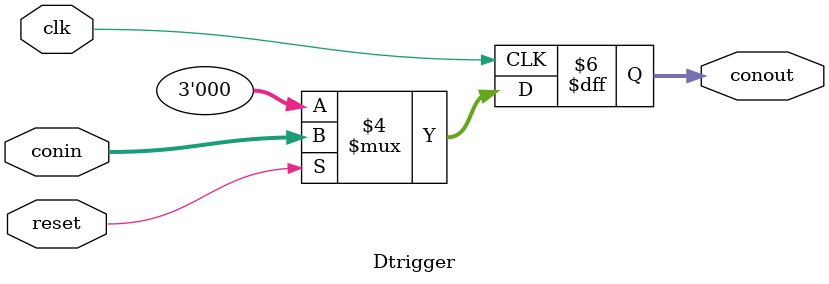
<source format=v>
`timescale 1ns / 1ps


module Dtrigger(clk, reset, conin, conout);
    input clk,reset;
    input[2:0] conin;
    output reg [2:0] conout;
    always@(posedge clk)
        if(reset == 0)
            conout = 3'b000;
        else
            conout = conin;
endmodule

</source>
